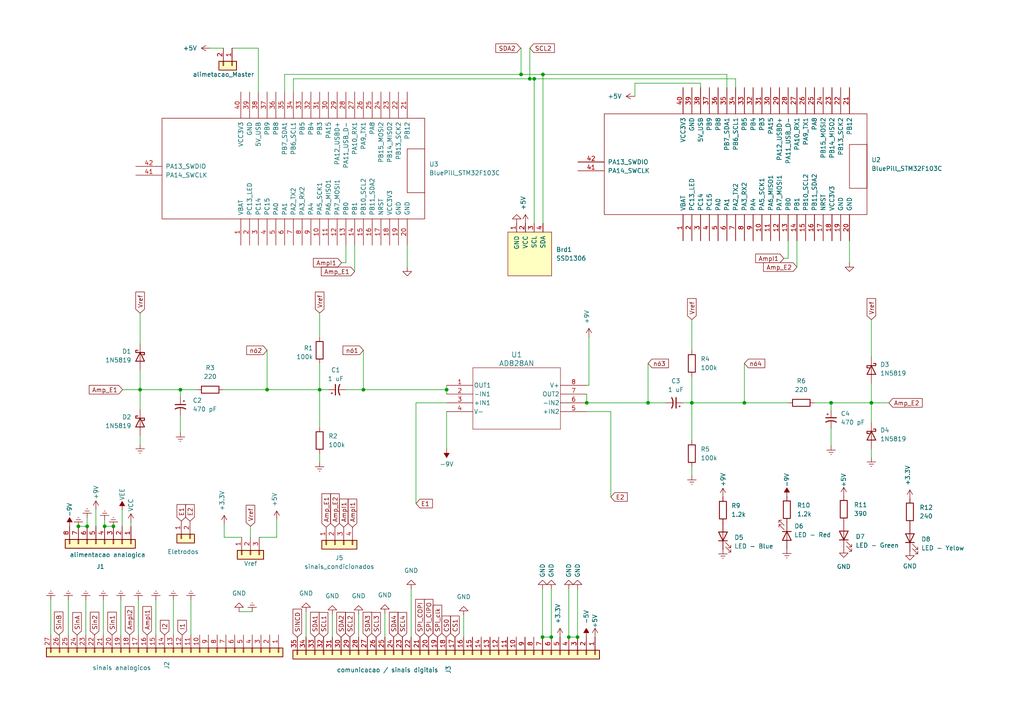
<source format=kicad_sch>
(kicad_sch (version 20230121) (generator eeschema)
  (paper "A4")
  (title_block (title "Condicionamento e aquisicao 2 canais ") (date "2023-07-17") (rev "v03") (company "EITduino") (comment 1 "Autor: Gustavo Pinheiro") (comment 2 "placa face dupla 90x100 mm") (comment 3 "Barramento V04"))
  (lib_symbols
    (symbol "AD828AN:AD828AN" (pin_names (offset 0.254))
      (property "Reference" "U" (at 20.32 10.16 0))
      (property "Value" "AD828AN" (at 20.32 7.62 0))
      (symbol "AD828AN_0_1"
        (pin unspecified line (at 0 0 0) (length 7.62) (name "OUT1") (number "1"))
        (pin unspecified line (at 0 -2.54 0) (length 7.62) (name "-IN1") (number "2"))
        (pin unspecified line (at 0 -5.08 0) (length 7.62) (name "+IN1") (number "3"))
        (pin power_in line (at 0 -7.62 0) (length 7.62) (name "V-") (number "4"))
        (pin unspecified line (at 40.64 -7.62 180) (length 7.62) (name "+IN2") (number "5"))
        (pin unspecified line (at 40.64 -5.08 180) (length 7.62) (name "-IN2") (number "6"))
        (pin unspecified line (at 40.64 -2.54 180) (length 7.62) (name "OUT2") (number "7"))
        (pin power_in line (at 40.64 0 180) (length 7.62) (name "V+") (number "8"))
      )
    )
    (symbol "Connector_Generic:Conn_01x02" (pin_names (offset 1.016) hide)
      (property "Reference" "J" (at 0 2.54 0))
      (property "Value" "Conn_01x02" (at 0 -5.08 0))
      (symbol "Conn_01x02_1_1"
        (pin passive line (at -5.08 0 0) (length 3.81) (name "Pin_1") (number "1"))
        (pin passive line (at -5.08 -2.54 0) (length 3.81) (name "Pin_2") (number "2"))
      )
    )
    (symbol "Connector_Generic:Conn_01x03" (pin_names (offset 1.016) hide)
      (property "Reference" "J" (at 0 5.08 0))
      (property "Value" "Conn_01x03" (at 0 -5.08 0))
      (symbol "Conn_01x03_1_1"
        (pin passive line (at -5.08 2.54 0) (length 3.81) (name "Pin_1") (number "1"))
        (pin passive line (at -5.08 0 0) (length 3.81) (name "Pin_2") (number "2"))
        (pin passive line (at -5.08 -2.54 0) (length 3.81) (name "Pin_3") (number "3"))
      )
    )
    (symbol "Connector_Generic:Conn_01x04" (pin_names (offset 1.016) hide)
      (property "Reference" "J" (at 0 5.08 0))
      (property "Value" "Conn_01x04" (at 0 -7.62 0))
      (symbol "Conn_01x04_1_1"
        (pin passive line (at -5.08 2.54 0) (length 3.81) (name "Pin_1") (number "1"))
        (pin passive line (at -5.08 0 0) (length 3.81) (name "Pin_2") (number "2"))
        (pin passive line (at -5.08 -2.54 0) (length 3.81) (name "Pin_3") (number "3"))
        (pin passive line (at -5.08 -5.08 0) (length 3.81) (name "Pin_4") (number "4"))
      )
    )
    (symbol "Connector_Generic:Conn_01x08" (pin_names (offset 1.016) hide)
      (property "Reference" "J" (at 0 10.16 0))
      (property "Value" "Conn_01x08" (at 0 -12.7 0))
      (symbol "Conn_01x08_1_1"
        (pin passive line (at -5.08 7.62 0) (length 3.81) (name "Pin_1") (number "1"))
        (pin passive line (at -5.08 5.08 0) (length 3.81) (name "Pin_2") (number "2"))
        (pin passive line (at -5.08 2.54 0) (length 3.81) (name "Pin_3") (number "3"))
        (pin passive line (at -5.08 0 0) (length 3.81) (name "Pin_4") (number "4"))
        (pin passive line (at -5.08 -2.54 0) (length 3.81) (name "Pin_5") (number "5"))
        (pin passive line (at -5.08 -5.08 0) (length 3.81) (name "Pin_6") (number "6"))
        (pin passive line (at -5.08 -7.62 0) (length 3.81) (name "Pin_7") (number "7"))
        (pin passive line (at -5.08 -10.16 0) (length 3.81) (name "Pin_8") (number "8"))
      )
    )
    (symbol "Connector_Generic:Conn_01x27" (pin_names (offset 1.016) hide)
      (property "Reference" "J" (at 0 35.56 0))
      (property "Value" "Conn_01x27" (at 0 -35.56 0))
      (symbol "Conn_01x27_1_1"
        (pin passive line (at -5.08 33.02 0) (length 3.81) (name "Pin_1") (number "1"))
        (pin passive line (at -5.08 10.16 0) (length 3.81) (name "Pin_10") (number "10"))
        (pin passive line (at -5.08 7.62 0) (length 3.81) (name "Pin_11") (number "11"))
        (pin passive line (at -5.08 5.08 0) (length 3.81) (name "Pin_12") (number "12"))
        (pin passive line (at -5.08 2.54 0) (length 3.81) (name "Pin_13") (number "13"))
        (pin passive line (at -5.08 0 0) (length 3.81) (name "Pin_14") (number "14"))
        (pin passive line (at -5.08 -2.54 0) (length 3.81) (name "Pin_15") (number "15"))
        (pin passive line (at -5.08 -5.08 0) (length 3.81) (name "Pin_16") (number "16"))
        (pin passive line (at -5.08 -7.62 0) (length 3.81) (name "Pin_17") (number "17"))
        (pin passive line (at -5.08 -10.16 0) (length 3.81) (name "Pin_18") (number "18"))
        (pin passive line (at -5.08 -12.7 0) (length 3.81) (name "Pin_19") (number "19"))
        (pin passive line (at -5.08 30.48 0) (length 3.81) (name "Pin_2") (number "2"))
        (pin passive line (at -5.08 -15.24 0) (length 3.81) (name "Pin_20") (number "20"))
        (pin passive line (at -5.08 -17.78 0) (length 3.81) (name "Pin_21") (number "21"))
        (pin passive line (at -5.08 -20.32 0) (length 3.81) (name "Pin_22") (number "22"))
        (pin passive line (at -5.08 -22.86 0) (length 3.81) (name "Pin_23") (number "23"))
        (pin passive line (at -5.08 -25.4 0) (length 3.81) (name "Pin_24") (number "24"))
        (pin passive line (at -5.08 -27.94 0) (length 3.81) (name "Pin_25") (number "25"))
        (pin passive line (at -5.08 -30.48 0) (length 3.81) (name "Pin_26") (number "26"))
        (pin passive line (at -5.08 -33.02 0) (length 3.81) (name "Pin_27") (number "27"))
        (pin passive line (at -5.08 27.94 0) (length 3.81) (name "Pin_3") (number "3"))
        (pin passive line (at -5.08 25.4 0) (length 3.81) (name "Pin_4") (number "4"))
        (pin passive line (at -5.08 22.86 0) (length 3.81) (name "Pin_5") (number "5"))
        (pin passive line (at -5.08 20.32 0) (length 3.81) (name "Pin_6") (number "6"))
        (pin passive line (at -5.08 17.78 0) (length 3.81) (name "Pin_7") (number "7"))
        (pin passive line (at -5.08 15.24 0) (length 3.81) (name "Pin_8") (number "8"))
        (pin passive line (at -5.08 12.7 0) (length 3.81) (name "Pin_9") (number "9"))
      )
    )
    (symbol "Connector_Generic:Conn_01x35" (pin_names (offset 1.016) hide)
      (property "Reference" "J" (at 0 45.72 0))
      (property "Value" "Conn_01x35" (at 0 -45.72 0))
      (symbol "Conn_01x35_1_1"
        (pin passive line (at -5.08 43.18 0) (length 3.81) (name "Pin_1") (number "1"))
        (pin passive line (at -5.08 20.32 0) (length 3.81) (name "Pin_10") (number "10"))
        (pin passive line (at -5.08 17.78 0) (length 3.81) (name "Pin_11") (number "11"))
        (pin passive line (at -5.08 15.24 0) (length 3.81) (name "Pin_12") (number "12"))
        (pin passive line (at -5.08 12.7 0) (length 3.81) (name "Pin_13") (number "13"))
        (pin passive line (at -5.08 10.16 0) (length 3.81) (name "Pin_14") (number "14"))
        (pin passive line (at -5.08 7.62 0) (length 3.81) (name "Pin_15") (number "15"))
        (pin passive line (at -5.08 5.08 0) (length 3.81) (name "Pin_16") (number "16"))
        (pin passive line (at -5.08 2.54 0) (length 3.81) (name "Pin_17") (number "17"))
        (pin passive line (at -5.08 0 0) (length 3.81) (name "Pin_18") (number "18"))
        (pin passive line (at -5.08 -2.54 0) (length 3.81) (name "Pin_19") (number "19"))
        (pin passive line (at -5.08 40.64 0) (length 3.81) (name "Pin_2") (number "2"))
        (pin passive line (at -5.08 -5.08 0) (length 3.81) (name "Pin_20") (number "20"))
        (pin passive line (at -5.08 -7.62 0) (length 3.81) (name "Pin_21") (number "21"))
        (pin passive line (at -5.08 -10.16 0) (length 3.81) (name "Pin_22") (number "22"))
        (pin passive line (at -5.08 -12.7 0) (length 3.81) (name "Pin_23") (number "23"))
        (pin passive line (at -5.08 -15.24 0) (length 3.81) (name "Pin_24") (number "24"))
        (pin passive line (at -5.08 -17.78 0) (length 3.81) (name "Pin_25") (number "25"))
        (pin passive line (at -5.08 -20.32 0) (length 3.81) (name "Pin_26") (number "26"))
        (pin passive line (at -5.08 -22.86 0) (length 3.81) (name "Pin_27") (number "27"))
        (pin passive line (at -5.08 -25.4 0) (length 3.81) (name "Pin_28") (number "28"))
        (pin passive line (at -5.08 -27.94 0) (length 3.81) (name "Pin_29") (number "29"))
        (pin passive line (at -5.08 38.1 0) (length 3.81) (name "Pin_3") (number "3"))
        (pin passive line (at -5.08 -30.48 0) (length 3.81) (name "Pin_30") (number "30"))
        (pin passive line (at -5.08 -33.02 0) (length 3.81) (name "Pin_31") (number "31"))
        (pin passive line (at -5.08 -35.56 0) (length 3.81) (name "Pin_32") (number "32"))
        (pin passive line (at -5.08 -38.1 0) (length 3.81) (name "Pin_33") (number "33"))
        (pin passive line (at -5.08 -40.64 0) (length 3.81) (name "Pin_34") (number "34"))
        (pin passive line (at -5.08 -43.18 0) (length 3.81) (name "Pin_35") (number "35"))
        (pin passive line (at -5.08 35.56 0) (length 3.81) (name "Pin_4") (number "4"))
        (pin passive line (at -5.08 33.02 0) (length 3.81) (name "Pin_5") (number "5"))
        (pin passive line (at -5.08 30.48 0) (length 3.81) (name "Pin_6") (number "6"))
        (pin passive line (at -5.08 27.94 0) (length 3.81) (name "Pin_7") (number "7"))
        (pin passive line (at -5.08 25.4 0) (length 3.81) (name "Pin_8") (number "8"))
        (pin passive line (at -5.08 22.86 0) (length 3.81) (name "Pin_9") (number "9"))
      )
    )
    (symbol "Device:C_Polarized_Small_US" (pin_numbers hide) (pin_names (offset 0.254) hide)
      (property "Reference" "C" (at 0.254 1.778 0))
      (property "Value" "C_Polarized_Small_US" (at 0.254 -2.032 0))
      (symbol "C_Polarized_Small_US_1_1"
        (pin passive line (at 0 2.54 270) (length 2.032) (name "~") (number "1"))
        (pin passive line (at 0 -2.54 90) (length 2.032) (name "~") (number "2"))
      )
    )
    (symbol "Device:LED" (pin_numbers hide) (pin_names (offset 1.016) hide)
      (property "Reference" "D" (at 0 2.54 0))
      (property "Value" "LED" (at 0 -2.54 0))
      (symbol "LED_1_1"
        (pin passive line (at -3.81 0 0) (length 2.54) (name "K") (number "1"))
        (pin passive line (at 3.81 0 180) (length 2.54) (name "A") (number "2"))
      )
    )
    (symbol "Device:R" (pin_numbers hide) (pin_names (offset 0))
      (property "Reference" "R" (at 2.032 0 90))
      (property "Value" "R" (at 0 0 90))
      (symbol "R_1_1"
        (pin passive line (at 0 3.81 270) (length 1.27) (name "~") (number "1"))
        (pin passive line (at 0 -3.81 90) (length 1.27) (name "~") (number "2"))
      )
    )
    (symbol "Diode:1N5819" (pin_numbers hide) (pin_names (offset 1.016) hide)
      (property "Reference" "D" (at 0 2.54 0))
      (property "Value" "1N5819" (at 0 -2.54 0))
      (symbol "1N5819_1_1"
        (pin passive line (at -3.81 0 0) (length 2.54) (name "K") (number "1"))
        (pin passive line (at 3.81 0 180) (length 2.54) (name "A") (number "2"))
      )
    )
    (symbol "SSD1306-128x64_OLED:SSD1306" (pin_names (offset 1.016))
      (property "Reference" "Brd" (at 0 -3.81 0))
      (property "Value" "SSD1306" (at 0 -1.27 0))
      (symbol "SSD1306_1_1"
        (pin input line (at -3.81 8.89 270) (length 2.54) (name "GND") (number "1"))
        (pin input line (at -1.27 8.89 270) (length 2.54) (name "VCC") (number "2"))
        (pin input line (at 1.27 8.89 270) (length 2.54) (name "SCL") (number "3"))
        (pin input line (at 3.81 8.89 270) (length 2.54) (name "SDA") (number "4"))
      )
    )
    (symbol "bluepill_breakouts:BluePill_STM32F103C" (pin_names (offset 1.016))
      (property "Reference" "U" (at -11.43 -34.29 0))
      (property "Value" "BluePill_STM32F103C" (at 1.27 21.59 0))
      (symbol "BluePill_STM32F103C_1_1"
        (pin power_in line (at -21.59 17.78 0) (length 7.62) (name "VBAT") (number "1"))
        (pin bidirectional line (at -21.59 -5.08 0) (length 7.62) (name "PA5_SCK1") (number "10"))
        (pin bidirectional line (at -21.59 -7.62 0) (length 7.62) (name "PA6_MISO1") (number "11"))
        (pin bidirectional line (at -21.59 -10.16 0) (length 7.62) (name "PA7_MOSI1") (number "12"))
        (pin bidirectional line (at -21.59 -12.7 0) (length 7.62) (name "PB0") (number "13"))
        (pin bidirectional line (at -21.59 -15.24 0) (length 7.62) (name "PB1") (number "14"))
        (pin bidirectional line (at -21.59 -17.78 0) (length 7.62) (name "PB10_SCL2") (number "15"))
        (pin bidirectional line (at -21.59 -20.32 0) (length 7.62) (name "PB11_SDA2") (number "16"))
        (pin input line (at -21.59 -22.86 0) (length 7.62) (name "NRST") (number "17"))
        (pin bidirectional line (at -21.59 -25.4 0) (length 7.62) (name "VCC3V3") (number "18"))
        (pin power_in line (at -21.59 -27.94 0) (length 7.62) (name "GND") (number "19"))
        (pin bidirectional line (at -21.59 15.24 0) (length 7.62) (name "PC13_LED") (number "2"))
        (pin power_in line (at -21.59 -30.48 0) (length 7.62) (name "GND") (number "20"))
        (pin bidirectional line (at 22.86 -30.48 180) (length 7.62) (name "PB12") (number "21"))
        (pin bidirectional line (at 22.86 -27.94 180) (length 7.62) (name "PB13_SCK2") (number "22"))
        (pin bidirectional line (at 22.86 -25.4 180) (length 7.62) (name "PB14_MISO2") (number "23"))
        (pin bidirectional line (at 22.86 -22.86 180) (length 7.62) (name "PB15_MOSI2") (number "24"))
        (pin bidirectional line (at 22.86 -20.32 180) (length 7.62) (name "PA8") (number "25"))
        (pin bidirectional line (at 22.86 -17.78 180) (length 7.62) (name "PA9_TX1") (number "26"))
        (pin bidirectional line (at 22.86 -15.24 180) (length 7.62) (name "PA10_RX1") (number "27"))
        (pin bidirectional line (at 22.86 -12.7 180) (length 7.62) (name "PA11_USB_D-") (number "28"))
        (pin bidirectional line (at 22.86 -10.16 180) (length 7.62) (name "PA12_USBD+") (number "29"))
        (pin bidirectional line (at -21.59 12.7 0) (length 7.62) (name "PC14") (number "3"))
        (pin bidirectional line (at 22.86 -7.62 180) (length 7.62) (name "PA15") (number "30"))
        (pin bidirectional line (at 22.86 -5.08 180) (length 7.62) (name "PB3") (number "31"))
        (pin bidirectional line (at 22.86 -2.54 180) (length 7.62) (name "PB4") (number "32"))
        (pin bidirectional line (at 22.86 0 180) (length 7.62) (name "PB5") (number "33"))
        (pin bidirectional line (at 22.86 2.54 180) (length 7.62) (name "PB6_SCL1") (number "34"))
        (pin bidirectional line (at 22.86 5.08 180) (length 7.62) (name "PB7_SDA1") (number "35"))
        (pin bidirectional line (at 22.86 7.62 180) (length 7.62) (name "PB8") (number "36"))
        (pin bidirectional line (at 22.86 10.16 180) (length 7.62) (name "PB9") (number "37"))
        (pin bidirectional line (at 22.86 12.7 180) (length 7.62) (name "5V_USB") (number "38"))
        (pin power_in line (at 22.86 15.24 180) (length 7.62) (name "GND") (number "39"))
        (pin bidirectional line (at -21.59 10.16 0) (length 7.62) (name "PC15") (number "4"))
        (pin bidirectional line (at 22.86 17.78 180) (length 7.62) (name "VCC3V3") (number "40"))
        (pin bidirectional line (at -1.27 48.26 270) (length 7.62) (name "PA14_SWCLK") (number "41"))
        (pin bidirectional line (at 1.27 48.26 270) (length 7.62) (name "PA13_SWDIO") (number "42"))
        (pin bidirectional line (at -21.59 7.62 0) (length 7.62) (name "PA0") (number "5"))
        (pin bidirectional line (at -21.59 5.08 0) (length 7.62) (name "PA1") (number "6"))
        (pin bidirectional line (at -21.59 2.54 0) (length 7.62) (name "PA2_TX2") (number "7"))
        (pin bidirectional line (at -21.59 0 0) (length 7.62) (name "PA3_RX2") (number "8"))
        (pin bidirectional line (at -21.59 -2.54 0) (length 7.62) (name "PA4") (number "9"))
      )
    )
    (symbol "power:+3.3V" (power) (pin_names (offset 0))
      (property "Value" "+3.3V" (at 0 3.556 0))
      (symbol "+3.3V_1_1"
        (pin power_in line (at 0 0 90) (length 0) hide (name "+3.3V") (number "1"))
      )
    )
    (symbol "power:+5V" (power) (pin_names (offset 0))
      (property "Value" "+5V" (at 0 3.556 0))
      (symbol "+5V_1_1"
        (pin power_in line (at 0 0 90) (length 0) hide (name "+5V") (number "1"))
      )
    )
    (symbol "power:+9V" (power) (pin_names (offset 0))
      (property "Value" "+9V" (at 0 3.556 0))
      (symbol "+9V_1_1"
        (pin power_in line (at 0 0 90) (length 0) hide (name "+9V") (number "1"))
      )
    )
    (symbol "power:-5V" (power) (pin_names (offset 0))
      (property "Value" "-5V" (at 0 3.81 0))
      (symbol "-5V_0_0"
        (pin power_in line (at 0 0 90) (length 0) hide (name "-5V") (number "1"))
      )
    )
    (symbol "power:-9V" (power) (pin_names (offset 0))
      (property "Value" "-9V" (at 0 3.81 0))
      (symbol "-9V_1_1"
        (pin power_in line (at 0 0 90) (length 0) hide (name "-9V") (number "1"))
      )
    )
    (symbol "power:Earth" (power) (pin_names (offset 0))
      (symbol "Earth_1_1"
        (pin power_in line (at 0 0 270) (length 0) hide (name "Earth") (number "1"))
      )
    )
    (symbol "power:GND" (power) (pin_names (offset 0))
      (property "Value" "GND" (at 0 -3.81 0))
      (symbol "GND_1_1"
        (pin power_in line (at 0 0 270) (length 0) hide (name "GND") (number "1"))
      )
    )
    (symbol "power:VCC" (power) (pin_names (offset 0))
      (property "Value" "VCC" (at 0 3.81 0))
      (symbol "VCC_1_1"
        (pin power_in line (at 0 0 90) (length 0) hide (name "VCC") (number "1"))
      )
    )
    (symbol "power:VEE" (power) (pin_names (offset 0))
      (property "Value" "VEE" (at 0 3.81 0))
      (symbol "VEE_1_1"
        (pin power_in line (at 0 0 90) (length 0) hide (name "VEE") (number "1"))
      )
    )
  )
  (junction (at 200.66 116.84))
  (junction (at 153.67 22.86))
  (junction (at 215.9 116.84))
  (junction (at 170.18 116.84))
  (junction (at 25.2718 152.654))
  (junction (at 159.893 184.785))
  (junction (at 252.73 116.84))
  (junction (at 22.7318 152.654))
  (junction (at 52.324 113.03))
  (junction (at 77.47 113.03))
  (junction (at 154.94 22.86))
  (junction (at 157.48 21.59))
  (junction (at 40.64 113.03))
  (junction (at 157.353 184.785))
  (junction (at 167.513 184.785))
  (junction (at 241.046 116.84))
  (junction (at 105.41 113.03))
  (junction (at 164.973 184.785))
  (junction (at 187.96 116.84))
  (junction (at 32.8918 152.654))
  (junction (at 30.3518 152.654))
  (junction (at 151.13 21.59))
  (junction (at 129.54 113.03))
  (junction (at 92.71 113.03))
  (wire (pts (xy 37.9718 152.654) (xy 37.973 152.654)))
  (wire (pts (xy 82.55 21.59) (xy 82.55 26.67)))
  (wire (pts (xy 75.184 155.829) (xy 80.264 155.829)))
  (wire (pts (xy 118.11 71.12) (xy 118.11 77.47)))
  (wire (pts (xy 77.47 113.03) (xy 64.77 113.03)))
  (wire (pts (xy 236.22 116.84) (xy 241.046 116.84)))
  (wire (pts (xy 95.25 113.03) (xy 92.71 113.03)))
  (wire (pts (xy 74.93 13.97) (xy 74.93 26.67)))
  (wire (pts (xy 40.64 126.365) (xy 40.64 128.905)))
  (wire (pts (xy 200.66 116.84) (xy 200.66 127.762)))
  (wire (pts (xy 60.96 13.97) (xy 64.77 13.97)))
  (wire (pts (xy 82.55 21.59) (xy 151.13 21.59)))
  (wire (pts (xy 55.372 173.99) (xy 55.372 184.15)))
  (wire (pts (xy 40.132 173.99) (xy 40.132 184.15)))
  (wire (pts (xy 200.66 135.382) (xy 200.66 137.922)))
  (wire (pts (xy 52.324 113.03) (xy 40.64 113.03)))
  (wire (pts (xy 159.893 170.815) (xy 159.893 184.785)))
  (wire (pts (xy 30.3518 151.974) (xy 30.3518 152.654)))
  (wire (pts (xy 105.41 113.03) (xy 100.33 113.03)))
  (wire (pts (xy 252.73 130.175) (xy 252.73 132.715)))
  (wire (pts (xy 151.13 13.97) (xy 151.13 21.59)))
  (wire (pts (xy 187.96 116.84) (xy 193.04 116.84)))
  (wire (pts (xy 134.493 178.435) (xy 134.493 184.785)))
  (wire (pts (xy 170.18 114.3) (xy 170.18 116.84)))
  (wire (pts (xy 129.54 113.03) (xy 105.41 113.03)))
  (wire (pts (xy 153.67 22.86) (xy 154.94 22.86)))
  (wire (pts (xy 104.013 178.181) (xy 104.013 184.785)))
  (wire (pts (xy 246.38 69.85) (xy 246.38 76.2)))
  (wire (pts (xy 30.3501 150.7626) (xy 30.3501 151.974)))
  (wire (pts (xy 228.6 69.85) (xy 228.6 74.93)))
  (wire (pts (xy 92.71 113.03) (xy 77.47 113.03)))
  (wire (pts (xy 170.18 119.38) (xy 177.165 119.38)))
  (wire (pts (xy 14.732 173.99) (xy 14.732 184.15)))
  (wire (pts (xy 35.432 152.654) (xy 35.4318 152.654)))
  (wire (pts (xy 198.12 116.84) (xy 200.66 116.84)))
  (wire (pts (xy 252.73 116.84) (xy 257.81 116.84)))
  (wire (pts (xy 19.812 173.99) (xy 19.812 184.15)))
  (wire (pts (xy 85.09 22.86) (xy 153.67 22.86)))
  (wire (pts (xy 40.64 118.745) (xy 40.64 113.03)))
  (wire (pts (xy 241.046 116.84) (xy 241.046 119.126)))
  (wire (pts (xy 154.94 22.86) (xy 154.94 64.77)))
  (wire (pts (xy 231.14 69.85) (xy 231.14 77.47)))
  (wire (pts (xy 213.36 22.86) (xy 213.36 25.4)))
  (wire (pts (xy 40.64 90.805) (xy 40.64 99.695)))
  (wire (pts (xy 92.71 105.41) (xy 92.71 113.03)))
  (wire (pts (xy 129.54 111.76) (xy 129.54 113.03)))
  (wire (pts (xy 40.64 113.03) (xy 35.56 113.03)))
  (wire (pts (xy 157.48 21.59) (xy 157.48 64.77)))
  (wire (pts (xy 25.2718 150.114) (xy 25.2718 152.654)))
  (wire (pts (xy 35.052 173.99) (xy 35.052 184.15)))
  (wire (pts (xy 52.324 113.03) (xy 52.324 115.316)))
  (wire (pts (xy 252.73 111.125) (xy 252.73 116.84)))
  (wire (pts (xy 200.66 116.84) (xy 215.9 116.84)))
  (wire (pts (xy 80.264 155.829) (xy 80.264 150.749)))
  (wire (pts (xy 111.633 177.927) (xy 111.633 184.785)))
  (wire (pts (xy 52.324 120.396) (xy 52.324 125.476)))
  (wire (pts (xy 200.66 92.71) (xy 200.66 101.6)))
  (wire (pts (xy 187.96 105.41) (xy 187.96 116.84)))
  (wire (pts (xy 96.393 178.181) (xy 96.393 184.785)))
  (wire (pts (xy 69.342 177.419) (xy 73.152 177.419)))
  (wire (pts (xy 102.87 71.12) (xy 102.87 78.74)))
  (wire (pts (xy 170.815 97.79) (xy 170.815 111.76)))
  (wire (pts (xy 164.973 184.785) (xy 167.513 184.785)))
  (wire (pts (xy 164.973 170.815) (xy 164.973 184.785)))
  (wire (pts (xy 30.3501 151.974) (xy 30.3518 151.974)))
  (wire (pts (xy 35.432 147.9709) (xy 35.432 152.654)))
  (wire (pts (xy 120.65 146.05) (xy 120.65 116.84)))
  (wire (pts (xy 88.773 177.419) (xy 88.773 184.785)))
  (wire (pts (xy 167.513 170.815) (xy 167.513 184.785)))
  (wire (pts (xy 187.96 116.84) (xy 170.18 116.84)))
  (wire (pts (xy 157.48 21.59) (xy 151.13 21.59)))
  (wire (pts (xy 129.54 119.38) (xy 129.54 130.175)))
  (wire (pts (xy 37.973 151.547) (xy 37.973 152.654)))
  (wire (pts (xy 170.815 111.76) (xy 170.18 111.76)))
  (wire (pts (xy 215.9 116.84) (xy 228.6 116.84)))
  (wire (pts (xy 50.292 173.99) (xy 50.292 184.15)))
  (wire (pts (xy 241.046 124.206) (xy 241.046 129.286)))
  (wire (pts (xy 184.15 24.13) (xy 184.15 27.94)))
  (wire (pts (xy 92.71 131.572) (xy 92.71 134.112)))
  (wire (pts (xy 77.47 101.6) (xy 77.47 113.03)))
  (wire (pts (xy 92.71 90.805) (xy 92.71 97.79)))
  (wire (pts (xy 65.024 155.829) (xy 65.024 152.019)))
  (wire (pts (xy 99.06 76.2) (xy 100.33 76.2)))
  (wire (pts (xy 92.71 113.03) (xy 92.71 123.952)))
  (wire (pts (xy 252.73 122.555) (xy 252.73 116.84)))
  (wire (pts (xy 27.8118 147.828) (xy 27.8118 152.654)))
  (wire (pts (xy 29.972 173.99) (xy 29.972 184.15)))
  (wire (pts (xy 100.33 71.12) (xy 100.33 76.2)))
  (wire (pts (xy 153.67 13.97) (xy 153.67 22.86)))
  (wire (pts (xy 177.165 144.145) (xy 177.165 119.38)))
  (wire (pts (xy 45.212 173.99) (xy 45.212 184.15)))
  (wire (pts (xy 200.66 109.22) (xy 200.66 116.84)))
  (wire (pts (xy 157.353 170.815) (xy 157.353 184.785)))
  (wire (pts (xy 22.7318 152.654) (xy 25.2718 152.654)))
  (wire (pts (xy 40.64 107.315) (xy 40.64 113.03)))
  (wire (pts (xy 203.2 25.4) (xy 203.2 24.13)))
  (wire (pts (xy 105.41 101.6) (xy 105.41 113.03)))
  (wire (pts (xy 24.892 173.99) (xy 24.892 184.15)))
  (wire (pts (xy 157.353 184.785) (xy 159.893 184.785)))
  (wire (pts (xy 252.73 92.71) (xy 252.73 103.505)))
  (wire (pts (xy 30.3518 152.654) (xy 32.8918 152.654)))
  (wire (pts (xy 74.93 13.97) (xy 67.31 13.97)))
  (wire (pts (xy 227.33 74.93) (xy 228.6 74.93)))
  (wire (pts (xy 120.65 116.84) (xy 129.54 116.84)))
  (wire (pts (xy 151.003 13.97) (xy 151.13 13.97)))
  (wire (pts (xy 72.644 152.654) (xy 72.644 155.829)))
  (wire (pts (xy 241.046 116.84) (xy 252.73 116.84)))
  (wire (pts (xy 17.272 184.15) (xy 17.018 184.15)))
  (wire (pts (xy 119.253 170.815) (xy 119.253 184.785)))
  (wire (pts (xy 129.54 113.03) (xy 129.54 114.3)))
  (wire (pts (xy 154.94 22.86) (xy 213.36 22.86)))
  (wire (pts (xy 203.2 24.13) (xy 184.15 24.13)))
  (wire (pts (xy 210.82 21.59) (xy 157.48 21.59)))
  (wire (pts (xy 210.82 25.4) (xy 210.82 21.59)))
  (wire (pts (xy 57.15 113.03) (xy 52.324 113.03)))
  (wire (pts (xy 215.9 105.41) (xy 215.9 116.84)))
  (wire (pts (xy 70.104 155.829) (xy 65.024 155.829)))
  (wire (pts (xy 85.09 26.67) (xy 85.09 22.86)))
  (global_label "I1" (shape input) (at 52.832 184.15 90) (property "Intersheetrefs" "${INTERSHEET_REFS}" (effects hide)))
  (global_label "SDA4" (shape input) (at 114.173 184.785 90) (property "Intersheetrefs" "${INTERSHEET_REFS}" (effects hide)))
  (global_label "AmpI1" (shape input) (at 99.695 152.908 90) (property "Intersheetrefs" "${INTERSHEET_REFS}" (effects hide)))
  (global_label "Amp_E2" (shape input) (at 231.14 77.47 180) (property "Intersheetrefs" "${INTERSHEET_REFS}" (effects hide)))
  (global_label "E1" (shape input) (at 120.65 146.05 0) (property "Intersheetrefs" "${INTERSHEET_REFS}" (effects hide)))
  (global_label "Amp_E2" (shape input) (at 257.81 116.84 0) (property "Intersheetrefs" "${INTERSHEET_REFS}" (effects hide)))
  (global_label "AmpI1" (shape input) (at 227.33 74.93 180) (property "Intersheetrefs" "${INTERSHEET_REFS}" (effects hide)))
  (global_label "SPI_CIPO" (shape input) (at 124.333 184.785 90) (property "Intersheetrefs" "${INTERSHEET_REFS}" (effects hide)))
  (global_label "Vref" (shape input) (at 72.644 152.654 90) (property "Intersheetrefs" "${INTERSHEET_REFS}" (effects hide)))
  (global_label "CS1" (shape input) (at 131.953 184.785 90) (property "Intersheetrefs" "${INTERSHEET_REFS}" (effects hide)))
  (global_label "Amp_E1" (shape input) (at 102.87 78.74 180) (property "Intersheetrefs" "${INTERSHEET_REFS}" (effects hide)))
  (global_label "SinB" (shape input) (at 17.018 184.15 90) (property "Intersheetrefs" "${INTERSHEET_REFS}" (effects hide)))
  (global_label "SCL2" (shape input) (at 101.473 184.785 90) (property "Intersheetrefs" "${INTERSHEET_REFS}" (effects hide)))
  (global_label "Vref" (shape input) (at 92.71 90.805 90) (property "Intersheetrefs" "${INTERSHEET_REFS}" (effects hide)))
  (global_label "SCL1" (shape input) (at 93.853 184.785 90) (property "Intersheetrefs" "${INTERSHEET_REFS}" (effects hide)))
  (global_label "SCL3" (shape input) (at 109.093 184.785 90) (property "Intersheetrefs" "${INTERSHEET_REFS}" (effects hide)))
  (global_label "Amp_E1" (shape input) (at 35.56 113.03 180) (property "Intersheetrefs" "${INTERSHEET_REFS}" (effects hide)))
  (global_label "SDA3" (shape input) (at 106.553 184.785 90) (property "Intersheetrefs" "${INTERSHEET_REFS}" (effects hide)))
  (global_label "Vref" (shape input) (at 40.64 90.805 90) (property "Intersheetrefs" "${INTERSHEET_REFS}" (effects hide)))
  (global_label "nó1" (shape input) (at 105.41 101.6 180) (property "Intersheetrefs" "${INTERSHEET_REFS}" (effects hide)))
  (global_label "CS0" (shape input) (at 129.413 184.785 90) (property "Intersheetrefs" "${INTERSHEET_REFS}" (effects hide)))
  (global_label "AmpI1" (shape input) (at 99.06 76.2 180) (property "Intersheetrefs" "${INTERSHEET_REFS}" (effects hide)))
  (global_label "Sin2" (shape input) (at 27.432 184.15 90) (property "Intersheetrefs" "${INTERSHEET_REFS}" (effects hide)))
  (global_label "Vref" (shape input) (at 200.66 92.71 90) (property "Intersheetrefs" "${INTERSHEET_REFS}" (effects hide)))
  (global_label "SDA2" (shape input) (at 151.003 13.97 180) (property "Intersheetrefs" "${INTERSHEET_REFS}" (effects hide)))
  (global_label "I2" (shape input) (at 47.752 184.15 90) (property "Intersheetrefs" "${INTERSHEET_REFS}" (effects hide)))
  (global_label "SCL2" (shape input) (at 153.67 13.97 0) (property "Intersheetrefs" "${INTERSHEET_REFS}" (effects hide)))
  (global_label "Amp_E2" (shape input) (at 97.155 152.908 90) (property "Intersheetrefs" "${INTERSHEET_REFS}" (effects hide)))
  (global_label "SPI_clk" (shape input) (at 126.873 184.785 90) (property "Intersheetrefs" "${INTERSHEET_REFS}" (effects hide)))
  (global_label "Sin1" (shape input) (at 32.512 184.15 90) (property "Intersheetrefs" "${INTERSHEET_REFS}" (effects hide)))
  (global_label "SINCD" (shape input) (at 86.233 184.785 90) (property "Intersheetrefs" "${INTERSHEET_REFS}" (effects hide)))
  (global_label "E2" (shape input) (at 55.118 151.13 90) (property "Intersheetrefs" "${INTERSHEET_REFS}" (effects hide)))
  (global_label "Amp_E1" (shape input) (at 94.615 152.908 90) (property "Intersheetrefs" "${INTERSHEET_REFS}" (effects hide)))
  (global_label "AmpI1" (shape input) (at 102.235 152.908 90) (property "Intersheetrefs" "${INTERSHEET_REFS}" (effects hide)))
  (global_label "E2" (shape input) (at 177.165 144.145 0) (property "Intersheetrefs" "${INTERSHEET_REFS}" (effects hide)))
  (global_label "Vref" (shape input) (at 252.73 92.71 90) (property "Intersheetrefs" "${INTERSHEET_REFS}" (effects hide)))
  (global_label "nó3" (shape input) (at 187.96 105.41 0) (property "Intersheetrefs" "${INTERSHEET_REFS}" (effects hide)))
  (global_label "Ampl2" (shape input) (at 37.592 184.15 90) (property "Intersheetrefs" "${INTERSHEET_REFS}" (effects hide)))
  (global_label "SinA" (shape input) (at 22.352 184.15 90) (property "Intersheetrefs" "${INTERSHEET_REFS}" (effects hide)))
  (global_label "SPI_COPI" (shape input) (at 121.793 184.785 90) (property "Intersheetrefs" "${INTERSHEET_REFS}" (effects hide)))
  (global_label "SCL4" (shape input) (at 116.713 184.785 90) (property "Intersheetrefs" "${INTERSHEET_REFS}" (effects hide)))
  (global_label "SDA2" (shape input) (at 98.933 184.785 90) (property "Intersheetrefs" "${INTERSHEET_REFS}" (effects hide)))
  (global_label "nó2" (shape input) (at 77.47 101.6 180) (property "Intersheetrefs" "${INTERSHEET_REFS}" (effects hide)))
  (global_label "SDA1" (shape input) (at 91.313 184.785 90) (property "Intersheetrefs" "${INTERSHEET_REFS}" (effects hide)))
  (global_label "nó4" (shape input) (at 215.9 105.41 0) (property "Intersheetrefs" "${INTERSHEET_REFS}" (effects hide)))
  (global_label "E1" (shape input) (at 52.578 151.13 90) (property "Intersheetrefs" "${INTERSHEET_REFS}" (effects hide)))
  (global_label "Ampl1" (shape input) (at 42.672 184.15 90) (property "Intersheetrefs" "${INTERSHEET_REFS}" (effects hide)))
  (symbol (lib_id "Device:LED") (at 228.219 155.448 270) (unit 1)
    (property "Reference" "D6" (at 230.378 152.5905 90) (effects (justify left)))
    (property "Value" "LED - Red" (at 230.378 155.1305 90) (effects (justify left)))
    (property "Footprint" "LED_THT:LED_D5.0mm" (effects hide))
  )
  (symbol (lib_id "Device:R") (at 209.677 147.955 0) (unit 1)
    (property "Reference" "R9" (at 212.09 146.685 0) (effects (justify left)))
    (property "Value" "1.2k" (at 212.09 149.225 0) (effects (justify left)))
    (property "Footprint" "Resistor_THT:R_Axial_DIN0207_L6.3mm_D2.5mm_P7.62mm_Horizontal" (effects hide))
  )
  (symbol (lib_id "Connector_Generic:Conn_01x03") (at 72.644 160.909 90) (mirror x) (unit 1)
    (property "Reference" "J4" (effects hide))
    (property "Value" "Vref" (at 70.739 163.449 90) (effects (justify right)))
    (property "Footprint" "Connector_PinHeader_2.54mm:PinHeader_1x03_P2.54mm_Vertical" (effects hide))
  )
  (symbol (lib_id "power:Earth") (at 200.66 137.922 0) (unit 1)
    (property "Reference" "#PWR015" (effects hide))
    (property "Value" "Earth" (effects hide))
  )
  (symbol (lib_id "power:-5V") (at 170.053 184.785 0) (unit 1)
    (property "Reference" "#PWR053" (effects hide))
    (property "Value" "-5V" (at 170.053 180.975 90) (effects (justify left)))
  )
  (symbol (lib_id "power:GND") (at 111.633 177.927 180) (unit 1)
    (property "Reference" "#PWR029" (effects hide))
    (property "Value" "GND" (at 111.633 172.593 0))
  )
  (symbol (lib_id "power:Earth") (at 14.732 173.99 180) (unit 1)
    (property "Reference" "#PWR010" (effects hide))
    (property "Value" "Earth" (effects hide))
  )
  (symbol (lib_id "Device:LED") (at 244.729 155.321 90) (unit 1)
    (property "Reference" "D7" (at 248.158 155.6385 90) (effects (justify right)))
    (property "Value" "LED - Green" (at 248.158 158.1785 90) (effects (justify right)))
    (property "Footprint" "LED_THT:LED_D5.0mm" (effects hide))
  )
  (symbol (lib_id "Device:R") (at 200.66 131.572 0) (unit 1)
    (property "Reference" "R5" (at 203.2 130.302 0) (effects (justify left)))
    (property "Value" "100k" (at 203.2 132.842 0) (effects (justify left)))
    (property "Footprint" "Resistor_THT:R_Axial_DIN0207_L6.3mm_D2.5mm_P7.62mm_Horizontal" (effects hide))
  )
  (symbol (lib_id "power:GND") (at 164.973 170.815 180) (unit 1)
    (property "Reference" "#PWR049" (effects hide))
    (property "Value" "GND" (at 164.973 165.481 90))
  )
  (symbol (lib_id "bluepill_breakouts:BluePill_STM32F103C") (at 87.63 49.53 90) (unit 1)
    (property "Reference" "U3" (at 124.46 47.625 90) (effects (justify right)))
    (property "Value" "BluePill_STM32F103C" (at 124.46 50.165 90) (effects (justify right)))
    (property "Footprint" "BluePill_STM32:BluePill_STM32F103C" (effects hide))
    (property "Datasheet" "www.rogerclark.net" (effects hide))
  )
  (symbol (lib_id "power:GND") (at 263.906 159.893 0) (unit 1)
    (property "Reference" "#PWR041" (effects hide))
    (property "Value" "GND" (at 263.906 164.211 0))
  )
  (symbol (lib_id "Device:R") (at 263.906 148.463 0) (unit 1)
    (property "Reference" "R12" (at 266.7 147.193 0) (effects (justify left)))
    (property "Value" "240" (at 266.7 149.733 0) (effects (justify left)))
    (property "Footprint" "Resistor_THT:R_Axial_DIN0207_L6.3mm_D2.5mm_P7.62mm_Horizontal" (effects hide))
  )
  (symbol (lib_id "power:Earth") (at 22.7318 152.654 180) (unit 1)
    (property "Reference" "#PWR046" (effects hide))
    (property "Value" "Earth" (effects hide))
  )
  (symbol (lib_id "power:GND") (at 134.493 178.435 180) (unit 1)
    (property "Reference" "#PWR042" (effects hide))
    (property "Value" "GND" (at 134.493 173.101 0))
  )
  (symbol (lib_id "SSD1306-128x64_OLED:SSD1306") (at 153.67 73.66 0) (unit 1)
    (property "Reference" "Brd1" (at 161.29 72.39 0) (effects (justify left)))
    (property "Value" "SSD1306" (at 161.29 74.93 0) (effects (justify left)))
    (property "Footprint" "OLED:128x64OLED" (effects hide))
  )
  (symbol (lib_id "Connector_Generic:Conn_01x04") (at 97.155 157.988 90) (mirror x) (unit 1)
    (property "Reference" "J5" (at 98.425 161.798 90))
    (property "Value" "sinais_condicionados" (at 98.425 164.338 90))
    (property "Footprint" "Connector_PinHeader_2.54mm:PinHeader_1x04_P2.54mm_Horizontal" (effects hide))
  )
  (symbol (lib_id "power:GND") (at 96.393 178.181 180) (unit 1)
    (property "Reference" "#PWR022" (effects hide))
    (property "Value" "GND" (at 96.393 172.847 0))
  )
  (symbol (lib_id "power:+5V") (at 80.264 150.749 0) (unit 1)
    (property "Reference" "#PWR016" (effects hide))
    (property "Value" "+5V" (at 79.629 146.939 90) (effects (justify left)))
  )
  (symbol (lib_id "power:Earth") (at 40.132 173.99 180) (unit 1)
    (property "Reference" "#PWR028" (effects hide))
    (property "Value" "Earth" (effects hide))
  )
  (symbol (lib_id "Diode:1N5819") (at 40.64 103.505 90) (mirror x) (unit 1)
    (property "Reference" "D1" (at 38.1 101.9175 90) (effects (justify left)))
    (property "Value" "1N5819" (at 38.1 104.4575 90) (effects (justify left)))
    (property "Footprint" "Diode_THT:D_DO-41_SOD81_P10.16mm_Horizontal" (effects hide))
    (property "Datasheet" "http://www.vishay.com/docs/88525/1n5817.pdf" (effects hide))
  )
  (symbol (lib_id "power:GND") (at 159.893 170.815 180) (unit 1)
    (property "Reference" "#PWR045" (effects hide))
    (property "Value" "GND" (at 159.893 165.481 90))
  )
  (symbol (lib_id "Device:R") (at 92.71 101.6 0) (mirror y) (unit 1)
    (property "Reference" "R1" (at 90.805 100.965 0) (effects (justify left)))
    (property "Value" "100k" (at 90.805 103.505 0) (effects (justify left)))
    (property "Footprint" "Resistor_THT:R_Axial_DIN0207_L6.3mm_D2.5mm_P7.62mm_Horizontal" (effects hide))
  )
  (symbol (lib_id "power:Earth") (at 24.892 173.99 180) (unit 1)
    (property "Reference" "#PWR020" (effects hide))
    (property "Value" "Earth" (effects hide))
  )
  (symbol (lib_id "power:GND") (at 167.513 170.815 180) (unit 1)
    (property "Reference" "#PWR051" (effects hide))
    (property "Value" "GND" (at 167.513 165.481 90))
  )
  (symbol (lib_id "power:+9V") (at 27.8118 147.828 0) (unit 1)
    (property "Reference" "#PWR050" (effects hide))
    (property "Value" "+9V" (at 27.8461 144.8716 90) (effects (justify left)))
  )
  (symbol (lib_id "power:+5V") (at 172.593 184.785 0) (unit 1)
    (property "Reference" "#PWR055" (effects hide))
    (property "Value" "+5V" (at 172.5389 182.2365 90) (effects (justify left)))
  )
  (symbol (lib_id "Device:R") (at 200.66 105.41 0) (unit 1)
    (property "Reference" "R4" (at 203.2 104.14 0) (effects (justify left)))
    (property "Value" "100k" (at 203.2 106.68 0) (effects (justify left)))
    (property "Footprint" "Resistor_THT:R_Axial_DIN0207_L6.3mm_D2.5mm_P7.62mm_Horizontal" (effects hide))
  )
  (symbol (lib_id "Device:R") (at 228.219 147.828 0) (unit 1)
    (property "Reference" "R10" (at 231.14 146.558 0) (effects (justify left)))
    (property "Value" "1.2k" (at 231.14 149.098 0) (effects (justify left)))
    (property "Footprint" "Resistor_THT:R_Axial_DIN0207_L6.3mm_D2.5mm_P7.62mm_Horizontal" (effects hide))
  )
  (symbol (lib_id "power:Earth") (at 228.219 159.258 0) (unit 1)
    (property "Reference" "#PWR037" (effects hide))
    (property "Value" "Earth" (effects hide))
  )
  (symbol (lib_id "power:Earth") (at 19.812 173.99 180) (unit 1)
    (property "Reference" "#PWR017" (effects hide))
    (property "Value" "Earth" (effects hide))
  )
  (symbol (lib_id "power:GND") (at 246.38 76.2 0) (unit 1)
    (property "Reference" "#PWR05" (effects hide))
    (property "Value" "Earth" (effects hide))
  )
  (symbol (lib_id "power:Earth") (at 241.046 129.286 0) (unit 1)
    (property "Reference" "#PWR019" (effects hide))
    (property "Value" "Earth" (effects hide))
  )
  (symbol (lib_id "power:GND") (at 157.353 170.815 180) (unit 1)
    (property "Reference" "#PWR043" (effects hide))
    (property "Value" "GND" (at 157.353 165.481 90))
  )
  (symbol (lib_id "power:GND") (at 118.11 77.47 0) (unit 1)
    (property "Reference" "#PWR04" (effects hide))
    (property "Value" "Earth" (effects hide))
  )
  (symbol (lib_id "Device:R") (at 92.71 127.762 0) (mirror y) (unit 1)
    (property "Reference" "R2" (at 95.25 126.492 0) (effects (justify right)))
    (property "Value" "100k" (at 95.25 129.032 0) (effects (justify right)))
    (property "Footprint" "Resistor_THT:R_Axial_DIN0207_L6.3mm_D2.5mm_P7.62mm_Horizontal" (effects hide))
  )
  (symbol (lib_id "power:+5V") (at 244.729 143.891 0) (unit 1)
    (property "Reference" "#PWR038" (effects hide))
    (property "Value" "+5V" (at 244.6749 141.3425 90) (effects (justify left)))
  )
  (symbol (lib_id "power:-9V") (at 228.219 144.018 0) (unit 1)
    (property "Reference" "#PWR034" (effects hide))
    (property "Value" "-9V" (at 228.1852 141.2727 90) (effects (justify left)))
  )
  (symbol (lib_id "power:-9V") (at 129.54 130.175 180) (unit 1)
    (property "Reference" "#PWR013" (effects hide))
    (property "Value" "-9V" (at 129.54 134.62 0))
  )
  (symbol (lib_id "Device:R") (at 244.729 147.701 0) (unit 1)
    (property "Reference" "R11" (at 247.65 146.431 0) (effects (justify left)))
    (property "Value" "390" (at 247.65 148.971 0) (effects (justify left)))
    (property "Footprint" "Resistor_THT:R_Axial_DIN0207_L6.3mm_D2.5mm_P7.62mm_Horizontal" (effects hide))
  )
  (symbol (lib_id "power:+9V") (at 170.815 97.79 0) (unit 1)
    (property "Reference" "#PWR012" (effects hide))
    (property "Value" "+9V" (at 170.18 93.98 90) (effects (justify left)))
  )
  (symbol (lib_id "Device:C_Polarized_Small_US") (at 97.79 113.03 90) (unit 1)
    (property "Reference" "C1" (at 97.3582 107.315 90))
    (property "Value" "1 uF" (at 97.3582 109.855 90))
    (property "Footprint" "Capacitor_THT:CP_Radial_D5.0mm_P2.50mm" (effects hide))
  )
  (symbol (lib_id "power:+5V") (at 184.15 27.94 90) (unit 1)
    (property "Reference" "#PWR09" (effects hide))
    (property "Value" "+5V" (at 180.34 27.94 90) (effects (justify left)))
  )
  (symbol (lib_id "Diode:1N5819") (at 40.64 122.555 90) (mirror x) (unit 1)
    (property "Reference" "D2" (at 38.1 120.9675 90) (effects (justify left)))
    (property "Value" "1N5819" (at 38.1 123.5075 90) (effects (justify left)))
    (property "Footprint" "Diode_THT:D_DO-41_SOD81_P10.16mm_Horizontal" (effects hide))
    (property "Datasheet" "http://www.vishay.com/docs/88525/1n5817.pdf" (effects hide))
  )
  (symbol (lib_id "Connector_Generic:Conn_01x08") (at 30.3518 157.734 270) (unit 1)
    (property "Reference" "J1" (at 27.94 164.338 90) (effects (justify left)))
    (property "Value" "alimentacao analogica" (at 20.1918 160.909 90) (effects (justify left)))
    (property "Footprint" "Connector_PinHeader_2.54mm:PinHeader_1x08_P2.54mm_Vertical" (effects hide))
  )
  (symbol (lib_id "power:Earth") (at 50.292 173.99 180) (unit 1)
    (property "Reference" "#PWR032" (effects hide))
    (property "Value" "Earth" (effects hide))
  )
  (symbol (lib_id "power:GND") (at 119.253 170.815 180) (unit 1)
    (property "Reference" "#PWR035" (effects hide))
    (property "Value" "GND" (at 119.253 165.481 0))
  )
  (symbol (lib_id "power:Earth") (at 40.64 128.905 0) (mirror y) (unit 1)
    (property "Reference" "#PWR08" (effects hide))
    (property "Value" "Earth" (effects hide))
  )
  (symbol (lib_id "power:VEE") (at 35.432 147.9709 0) (unit 1)
    (property "Reference" "#PWR056" (effects hide))
    (property "Value" "VEE" (at 35.4282 143.3605 90))
  )
  (symbol (lib_id "power:+3.3V") (at 263.906 144.653 0) (unit 1)
    (property "Reference" "#PWR040" (effects hide))
    (property "Value" "+3.3V" (at 263.271 140.843 90) (effects (justify left)))
  )
  (symbol (lib_id "power:Earth") (at 29.972 173.99 180) (unit 1)
    (property "Reference" "#PWR023" (effects hide))
    (property "Value" "Earth" (effects hide))
  )
  (symbol (lib_id "power:Earth") (at 30.3501 150.7626 180) (unit 1)
    (property "Reference" "#PWR052" (effects hide))
    (property "Value" "Earth" (effects hide))
  )
  (symbol (lib_id "power:GND") (at 244.729 159.131 0) (unit 1)
    (property "Reference" "#PWR039" (effects hide))
    (property "Value" "GND" (at 244.729 164.338 0))
  )
  (symbol (lib_id "power:-9V") (at 20.1918 152.654 0) (unit 1)
    (property "Reference" "#PWR044" (effects hide))
    (property "Value" "-9V" (at 20.158 149.9087 90) (effects (justify left)))
  )
  (symbol (lib_id "power:GND") (at 88.773 177.419 180) (unit 1)
    (property "Reference" "#PWR018" (effects hide))
    (property "Value" "GND" (at 88.773 172.085 0))
  )
  (symbol (lib_id "AD828AN:AD828AN") (at 129.54 111.76 0) (unit 1)
    (property "Reference" "U1" (at 149.86 102.87 0) (effects (font (size 1.524 1.524))))
    (property "Value" "AD828AN" (at 149.86 105.41 0) (effects (font (size 1.524 1.524))))
    (property "Footprint" "AD828:AD828" (effects hide))
    (property "Datasheet" "AD828AN" (effects hide))
  )
  (symbol (lib_id "power:+5V") (at 152.4 64.77 0) (unit 1)
    (property "Reference" "#PWR014" (effects hide))
    (property "Value" "+5V" (at 151.765 60.96 90) (effects (justify left)))
  )
  (symbol (lib_id "power:+3.3V") (at 65.024 152.019 0) (unit 1)
    (property "Reference" "#PWR011" (effects hide))
    (property "Value" "+3.3V" (at 64.389 148.209 90) (effects (justify left)))
  )
  (symbol (lib_id "power:Earth") (at 55.372 173.99 180) (unit 1)
    (property "Reference" "#PWR036" (effects hide))
    (property "Value" "Earth" (effects hide))
  )
  (symbol (lib_id "power:GND") (at 104.013 178.181 180) (unit 1)
    (property "Reference" "#PWR027" (effects hide))
    (property "Value" "GND" (at 104.013 172.847 0))
  )
  (symbol (lib_id "power:+3.3V") (at 162.433 184.785 0) (unit 1)
    (property "Reference" "#PWR047" (effects hide))
    (property "Value" "+3.3V" (at 161.798 180.975 90) (effects (justify left)))
  )
  (symbol (lib_id "Device:R") (at 60.96 113.03 270) (mirror x) (unit 1)
    (property "Reference" "R3" (at 60.96 106.68 90))
    (property "Value" "220" (at 60.96 109.22 90))
    (property "Footprint" "Resistor_THT:R_Axial_DIN0207_L6.3mm_D2.5mm_P7.62mm_Horizontal" (effects hide))
  )
  (symbol (lib_id "power:VCC") (at 37.973 151.547 0) (unit 1)
    (property "Reference" "#PWR057" (effects hide))
    (property "Value" "VCC" (at 37.9467 146.4888 90))
  )
  (symbol (lib_id "power:GND") (at 149.86 64.77 180) (unit 1)
    (property "Reference" "#PWR03" (effects hide))
    (property "Value" "Earth" (effects hide))
  )
  (symbol (lib_id "power:GND") (at 69.342 177.419 180) (unit 1)
    (property "Reference" "#PWR031" (effects hide))
    (property "Value" "GND" (at 69.342 172.085 0))
  )
  (symbol (lib_id "Device:LED") (at 263.906 156.083 90) (unit 1)
    (property "Reference" "D8" (at 267.208 156.4005 90) (effects (justify right)))
    (property "Value" "LED - Yelow" (at 267.208 158.9405 90) (effects (justify right)))
    (property "Footprint" "LED_THT:LED_D5.0mm" (effects hide))
  )
  (symbol (lib_id "power:+5V") (at 60.96 13.97 90) (unit 1)
    (property "Reference" "#PWR06" (effects hide))
    (property "Value" "+5V" (at 57.15 13.97 90) (effects (justify left)))
  )
  (symbol (lib_id "power:Earth") (at 252.73 132.715 0) (unit 1)
    (property "Reference" "#PWR021" (effects hide))
    (property "Value" "Earth" (effects hide))
  )
  (symbol (lib_id "Connector_Generic:Conn_01x35") (at 129.413 189.865 270) (unit 1)
    (property "Reference" "J3" (at 130.048 193.04 0) (effects (justify left)))
    (property "Value" "comunicacao / sinais digitais" (at 97.663 194.31 90) (effects (justify left)))
    (property "Footprint" "Connector_PinHeader_2.54mm:PinHeader_1x35_P2.54mm_Vertical" (effects hide))
  )
  (symbol (lib_id "Connector_Generic:Conn_01x27") (at 47.752 189.23 270) (unit 1)
    (property "Reference" "J2" (at 48.387 191.77 0) (effects (justify left)))
    (property "Value" "sinais analogicos" (at 26.797 193.675 90) (effects (justify left)))
    (property "Footprint" "Connector_PinHeader_2.54mm:PinHeader_1x27_P2.54mm_Vertical" (effects hide))
  )
  (symbol (lib_id "Diode:1N5819") (at 252.73 126.365 270) (unit 1)
    (property "Reference" "D4" (at 255.27 124.7775 90) (effects (justify left)))
    (property "Value" "1N5819" (at 255.27 127.3175 90) (effects (justify left)))
    (property "Footprint" "Diode_THT:D_DO-41_SOD81_P10.16mm_Horizontal" (effects hide))
    (property "Datasheet" "http://www.vishay.com/docs/88525/1n5817.pdf" (effects hide))
  )
  (symbol (lib_id "Device:C_Polarized_Small_US") (at 195.58 116.84 270) (mirror x) (unit 1)
    (property "Reference" "C3" (at 196.0118 110.49 90))
    (property "Value" "1 uF" (at 196.0118 113.03 90))
    (property "Footprint" "Capacitor_THT:CP_Radial_D5.0mm_P2.50mm" (effects hide))
  )
  (symbol (lib_id "Device:C_Polarized_Small_US") (at 241.046 121.666 0) (unit 1)
    (property "Reference" "C4" (at 243.84 119.9642 0) (effects (justify left)))
    (property "Value" "470 pF" (at 243.84 122.5042 0) (effects (justify left)))
    (property "Footprint" "Capacitor_THT:CP_Radial_D5.0mm_P2.50mm" (effects hide))
  )
  (symbol (lib_id "power:Earth") (at 25.2718 150.114 180) (unit 1)
    (property "Reference" "#PWR048" (effects hide))
    (property "Value" "Earth" (effects hide))
  )
  (symbol (lib_id "power:Earth") (at 32.8918 152.654 180) (unit 1)
    (property "Reference" "#PWR054" (effects hide))
    (property "Value" "Earth" (effects hide))
  )
  (symbol (lib_id "Diode:1N5819") (at 252.73 107.315 270) (unit 1)
    (property "Reference" "D3" (at 255.27 105.7275 90) (effects (justify left)))
    (property "Value" "1N5819" (at 255.27 108.2675 90) (effects (justify left)))
    (property "Footprint" "Diode_THT:D_DO-41_SOD81_P10.16mm_Horizontal" (effects hide))
    (property "Datasheet" "http://www.vishay.com/docs/88525/1n5817.pdf" (effects hide))
  )
  (symbol (lib_id "Device:LED") (at 209.677 155.575 90) (unit 1)
    (property "Reference" "D5" (at 212.979 155.8925 90) (effects (justify right)))
    (property "Value" "LED - Blue" (at 212.979 158.4325 90) (effects (justify right)))
    (property "Footprint" "LED_THT:LED_D5.0mm" (effects hide))
  )
  (symbol (lib_id "power:Earth") (at 35.052 173.99 180) (unit 1)
    (property "Reference" "#PWR024" (effects hide))
    (property "Value" "Earth" (effects hide))
  )
  (symbol (lib_id "bluepill_breakouts:BluePill_STM32F103C") (at 215.9 48.26 90) (unit 1)
    (property "Reference" "U2" (at 252.73 46.355 90) (effects (justify right)))
    (property "Value" "BluePill_STM32F103C" (at 252.73 48.895 90) (effects (justify right)))
    (property "Footprint" "BluePill_STM32:BluePill_STM32F103C" (effects hide))
    (property "Datasheet" "www.rogerclark.net" (effects hide))
  )
  (symbol (lib_id "power:+9V") (at 209.677 144.145 0) (unit 1)
    (property "Reference" "#PWR025" (effects hide))
    (property "Value" "+9V" (at 209.7113 141.1886 90) (effects (justify left)))
  )
  (symbol (lib_id "power:Earth") (at 52.324 125.476 0) (mirror y) (unit 1)
    (property "Reference" "#PWR07" (effects hide))
    (property "Value" "Earth" (effects hide))
  )
  (symbol (lib_id "power:Earth") (at 209.677 159.385 0) (unit 1)
    (property "Reference" "#PWR026" (effects hide))
    (property "Value" "Earth" (effects hide))
  )
  (symbol (lib_id "Device:R") (at 232.41 116.84 90) (unit 1)
    (property "Reference" "R6" (at 232.41 110.49 90))
    (property "Value" "220" (at 232.41 113.03 90))
    (property "Footprint" "Resistor_THT:R_Axial_DIN0207_L6.3mm_D2.5mm_P7.62mm_Horizontal" (effects hide))
  )
  (symbol (lib_id "Device:C_Polarized_Small_US") (at 52.324 117.856 0) (mirror y) (unit 1)
    (property "Reference" "C2" (at 55.88 116.1542 0) (effects (justify right)))
    (property "Value" "470 pF" (at 55.88 118.6942 0) (effects (justify right)))
    (property "Footprint" "Capacitor_THT:CP_Radial_D5.0mm_P2.50mm" (effects hide))
  )
  (symbol (lib_id "power:Earth") (at 92.71 134.112 0) (mirror y) (unit 1)
    (property "Reference" "#PWR02" (effects hide))
    (property "Value" "Earth" (effects hide))
  )
  (symbol (lib_id "power:Earth") (at 73.152 177.419 180) (unit 1)
    (property "Reference" "#PWR033" (effects hide))
    (property "Value" "Earth" (effects hide))
  )
  (symbol (lib_id "power:Earth") (at 45.212 173.99 180) (unit 1)
    (property "Reference" "#PWR030" (effects hide))
    (property "Value" "Earth" (effects hide))
  )
  (symbol (lib_id "Connector_Generic:Conn_01x02") (at 67.31 19.05 270) (unit 1)
    (property "Reference" "J7" (effects hide))
    (property "Value" "alimetacao_Master" (at 55.88 21.59 90) (effects (justify left)))
    (property "Footprint" "Connector_PinHeader_2.54mm:PinHeader_1x02_P2.54mm_Vertical" (effects hide))
  )
  (symbol (lib_id "Connector_Generic:Conn_01x02") (at 52.578 156.21 90) (mirror x) (unit 1)
    (property "Reference" "J6" (effects hide))
    (property "Value" "Eletrodos" (at 57.658 160.02 90) (effects (justify left)))
    (property "Footprint" "Connector_PinHeader_2.54mm:PinHeader_1x02_P2.54mm_Horizontal" (effects hide))
  )
)
</source>
